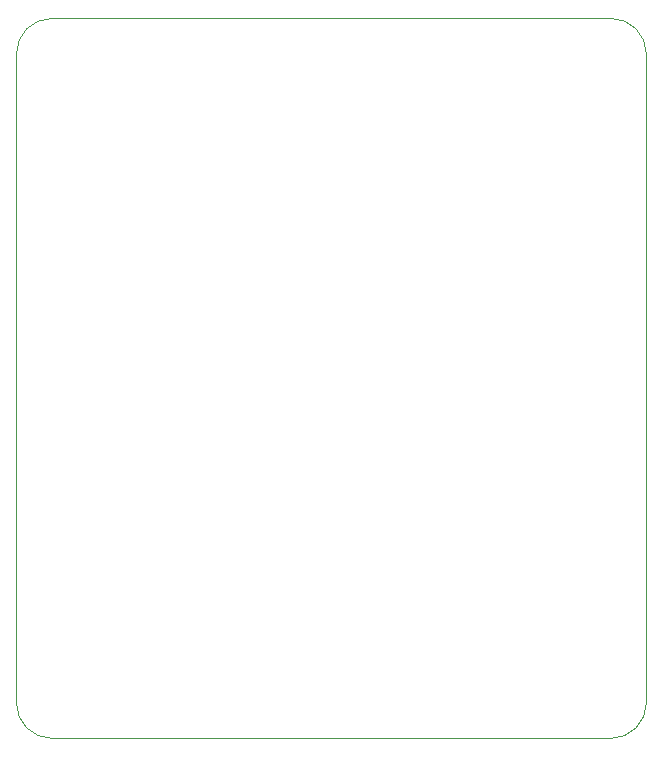
<source format=gbr>
%TF.GenerationSoftware,KiCad,Pcbnew,7.0.5*%
%TF.CreationDate,2024-02-22T14:35:59-05:00*%
%TF.ProjectId,ControlAcceso,436f6e74-726f-46c4-9163-6365736f2e6b,rev?*%
%TF.SameCoordinates,Original*%
%TF.FileFunction,Profile,NP*%
%FSLAX46Y46*%
G04 Gerber Fmt 4.6, Leading zero omitted, Abs format (unit mm)*
G04 Created by KiCad (PCBNEW 7.0.5) date 2024-02-22 14:35:59*
%MOMM*%
%LPD*%
G01*
G04 APERTURE LIST*
%TA.AperFunction,Profile*%
%ADD10C,0.100000*%
%TD*%
G04 APERTURE END LIST*
D10*
X196040000Y-35560000D02*
X243380000Y-35560000D01*
X193040000Y-93520000D02*
X193040000Y-38560000D01*
X243380000Y-96520000D02*
G75*
G03*
X246380000Y-93520000I0J3000000D01*
G01*
X196040000Y-35560000D02*
G75*
G03*
X193040000Y-38560000I0J-3000000D01*
G01*
X246380000Y-38560000D02*
X246380000Y-93520000D01*
X243380000Y-96520000D02*
X196040000Y-96520000D01*
X193040000Y-93520000D02*
G75*
G03*
X196040000Y-96520000I3000000J0D01*
G01*
X246380000Y-38560000D02*
G75*
G03*
X243380000Y-35560000I-3000000J0D01*
G01*
M02*

</source>
